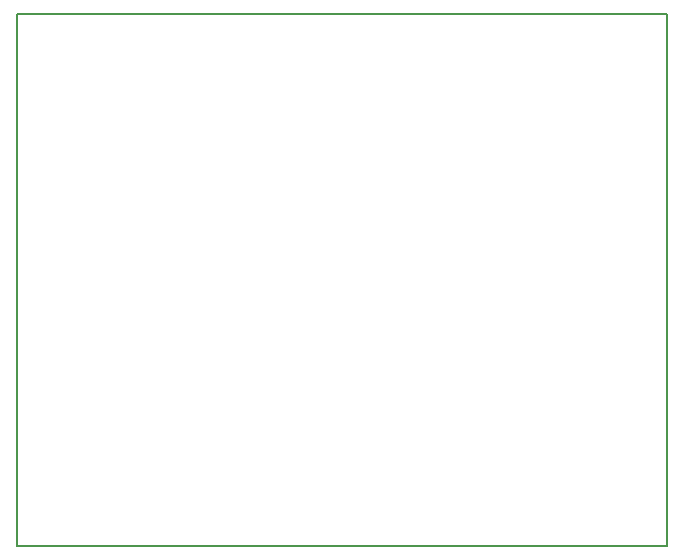
<source format=gm1>
G04 #@! TF.GenerationSoftware,KiCad,Pcbnew,5.0.2-bee76a0~70~ubuntu18.04.1*
G04 #@! TF.CreationDate,2019-10-04T10:46:57+02:00*
G04 #@! TF.ProjectId,STM32F373_Dev_Board,53544d33-3246-4333-9733-5f4465765f42,rev?*
G04 #@! TF.SameCoordinates,PX9104060PY5859300*
G04 #@! TF.FileFunction,Profile,NP*
%FSLAX46Y46*%
G04 Gerber Fmt 4.6, Leading zero omitted, Abs format (unit mm)*
G04 Created by KiCad (PCBNEW 5.0.2-bee76a0~70~ubuntu18.04.1) date Fr 04 Okt 2019 10:46:57 CEST*
%MOMM*%
%LPD*%
G01*
G04 APERTURE LIST*
%ADD10C,0.150000*%
G04 APERTURE END LIST*
D10*
X-52060000Y42640000D02*
X2940000Y42640000D01*
X-52060000Y-2360000D02*
X-52060000Y42640000D01*
X2940000Y-2360000D02*
X-52060000Y-2360000D01*
X2940000Y42640000D02*
X2940000Y-2360000D01*
M02*

</source>
